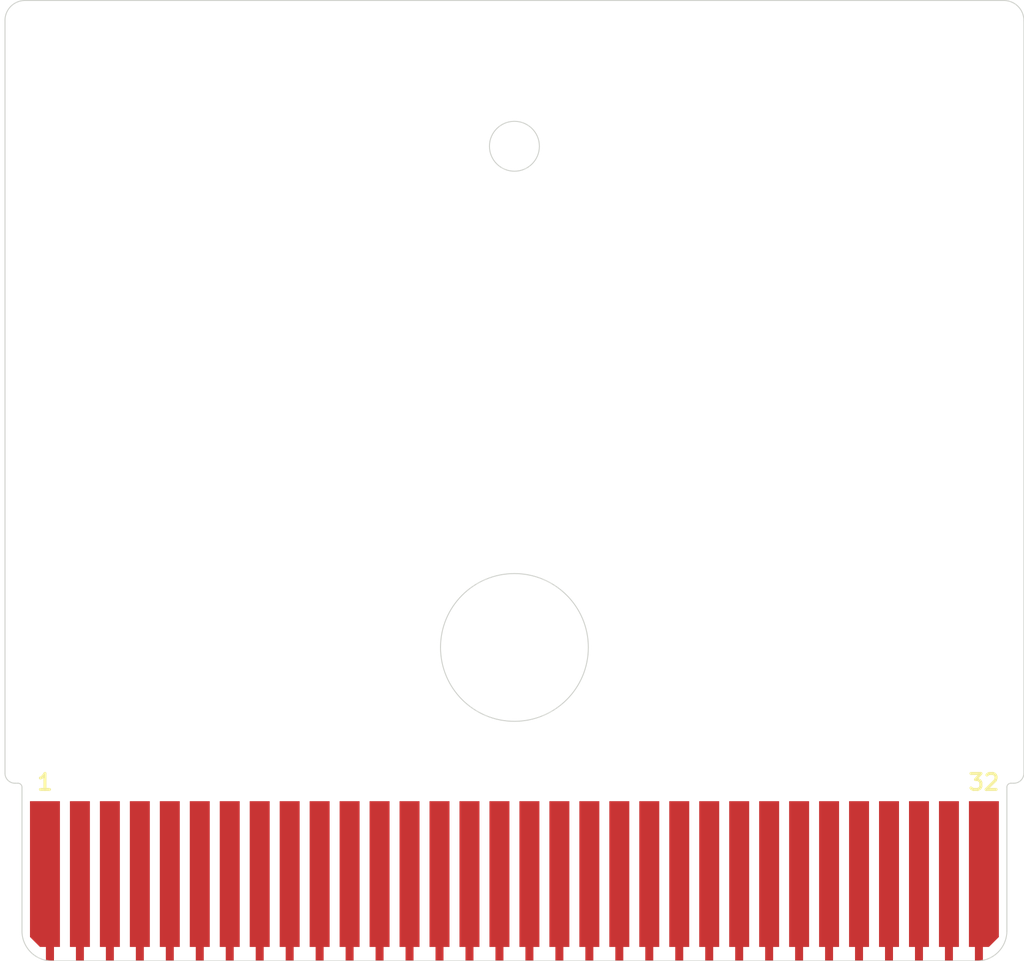
<source format=kicad_pcb>
(kicad_pcb (version 20171130) (host pcbnew "(5.1.6-0-10_14)")

  (general
    (thickness 0.8)
    (drawings 18)
    (tracks 0)
    (zones 0)
    (modules 1)
    (nets 33)
  )

  (page A4)
  (layers
    (0 F.Cu signal)
    (31 B.Cu signal)
    (32 B.Adhes user)
    (33 F.Adhes user)
    (34 B.Paste user)
    (35 F.Paste user)
    (36 B.SilkS user)
    (37 F.SilkS user)
    (38 B.Mask user hide)
    (39 F.Mask user hide)
    (40 Dwgs.User user)
    (41 Cmts.User user)
    (42 Eco1.User user)
    (43 Eco2.User user)
    (44 Edge.Cuts user)
    (45 Margin user)
    (46 B.CrtYd user)
    (47 F.CrtYd user)
    (48 B.Fab user)
    (49 F.Fab user)
  )

  (setup
    (last_trace_width 0.25)
    (trace_clearance 0.2)
    (zone_clearance 0.508)
    (zone_45_only no)
    (trace_min 0.2)
    (via_size 0.8)
    (via_drill 0.4)
    (via_min_size 0.4)
    (via_min_drill 0.3)
    (uvia_size 0.3)
    (uvia_drill 0.1)
    (uvias_allowed no)
    (uvia_min_size 0.2)
    (uvia_min_drill 0.1)
    (edge_width 0.05)
    (segment_width 0.2)
    (pcb_text_width 0.3)
    (pcb_text_size 1.5 1.5)
    (mod_edge_width 0.12)
    (mod_text_size 1 1)
    (mod_text_width 0.15)
    (pad_size 1.524 1.524)
    (pad_drill 0.762)
    (pad_to_mask_clearance 0.05)
    (aux_axis_origin 0 0)
    (visible_elements FFFFFF7F)
    (pcbplotparams
      (layerselection 0x010fc_ffffffff)
      (usegerberextensions false)
      (usegerberattributes true)
      (usegerberadvancedattributes true)
      (creategerberjobfile true)
      (excludeedgelayer true)
      (linewidth 0.100000)
      (plotframeref false)
      (viasonmask false)
      (mode 1)
      (useauxorigin false)
      (hpglpennumber 1)
      (hpglpenspeed 20)
      (hpglpendiameter 15.000000)
      (psnegative false)
      (psa4output false)
      (plotreference true)
      (plotvalue true)
      (plotinvisibletext false)
      (padsonsilk false)
      (subtractmaskfromsilk false)
      (outputformat 1)
      (mirror false)
      (drillshape 1)
      (scaleselection 1)
      (outputdirectory ""))
  )

  (net 0 "")
  (net 1 "Net-(J1-Pad32)")
  (net 2 "Net-(J1-Pad1)")
  (net 3 "Net-(J1-Pad31)")
  (net 4 "Net-(J1-Pad30)")
  (net 5 "Net-(J1-Pad29)")
  (net 6 "Net-(J1-Pad28)")
  (net 7 "Net-(J1-Pad27)")
  (net 8 "Net-(J1-Pad26)")
  (net 9 "Net-(J1-Pad25)")
  (net 10 "Net-(J1-Pad24)")
  (net 11 "Net-(J1-Pad23)")
  (net 12 "Net-(J1-Pad22)")
  (net 13 "Net-(J1-Pad21)")
  (net 14 "Net-(J1-Pad20)")
  (net 15 "Net-(J1-Pad19)")
  (net 16 "Net-(J1-Pad18)")
  (net 17 "Net-(J1-Pad17)")
  (net 18 "Net-(J1-Pad16)")
  (net 19 "Net-(J1-Pad15)")
  (net 20 "Net-(J1-Pad14)")
  (net 21 "Net-(J1-Pad13)")
  (net 22 "Net-(J1-Pad12)")
  (net 23 "Net-(J1-Pad11)")
  (net 24 "Net-(J1-Pad10)")
  (net 25 "Net-(J1-Pad9)")
  (net 26 "Net-(J1-Pad8)")
  (net 27 "Net-(J1-Pad7)")
  (net 28 "Net-(J1-Pad6)")
  (net 29 "Net-(J1-Pad5)")
  (net 30 "Net-(J1-Pad4)")
  (net 31 "Net-(J1-Pad3)")
  (net 32 "Net-(J1-Pad2)")

  (net_class Default "This is the default net class."
    (clearance 0.2)
    (trace_width 0.25)
    (via_dia 0.8)
    (via_drill 0.4)
    (uvia_dia 0.3)
    (uvia_drill 0.1)
    (add_net "Net-(J1-Pad1)")
    (add_net "Net-(J1-Pad10)")
    (add_net "Net-(J1-Pad11)")
    (add_net "Net-(J1-Pad12)")
    (add_net "Net-(J1-Pad13)")
    (add_net "Net-(J1-Pad14)")
    (add_net "Net-(J1-Pad15)")
    (add_net "Net-(J1-Pad16)")
    (add_net "Net-(J1-Pad17)")
    (add_net "Net-(J1-Pad18)")
    (add_net "Net-(J1-Pad19)")
    (add_net "Net-(J1-Pad2)")
    (add_net "Net-(J1-Pad20)")
    (add_net "Net-(J1-Pad21)")
    (add_net "Net-(J1-Pad22)")
    (add_net "Net-(J1-Pad23)")
    (add_net "Net-(J1-Pad24)")
    (add_net "Net-(J1-Pad25)")
    (add_net "Net-(J1-Pad26)")
    (add_net "Net-(J1-Pad27)")
    (add_net "Net-(J1-Pad28)")
    (add_net "Net-(J1-Pad29)")
    (add_net "Net-(J1-Pad3)")
    (add_net "Net-(J1-Pad30)")
    (add_net "Net-(J1-Pad31)")
    (add_net "Net-(J1-Pad32)")
    (add_net "Net-(J1-Pad4)")
    (add_net "Net-(J1-Pad5)")
    (add_net "Net-(J1-Pad6)")
    (add_net "Net-(J1-Pad7)")
    (add_net "Net-(J1-Pad8)")
    (add_net "Net-(J1-Pad9)")
  )

  (module Connector_GameBoy:GameBoy_GamePak_DMG-09_P1.50mm_Edge (layer F.Cu) (tedit 5EDD40AB) (tstamp 5EDD4692)
    (at 124.5 121.45)
    (descr "Game Boy Game Pak (DMG) edge connector")
    (tags "game boy game pak dmg edge connector")
    (path /5EDD46C8)
    (fp_text reference J1 (at 3.45 0.4) (layer F.Fab) hide
      (effects (font (size 1 1) (thickness 0.15)) (justify left))
    )
    (fp_text value GameBoy_GamePak_DMG-09 (at 25.5 10.9) (layer F.Fab) hide
      (effects (font (size 1 1) (thickness 0.15)))
    )
    (fp_arc (start 50.35 0.7) (end 50.35 0.5) (angle -90) (layer F.Fab) (width 0.05))
    (fp_arc (start 50.5 0) (end 50.5 0.5) (angle -90) (layer F.Fab) (width 0.05))
    (fp_arc (start 0.65 0.7) (end 0.85 0.7) (angle -90) (layer F.Fab) (width 0.05))
    (fp_arc (start 0.5 0) (end 0 0) (angle -90) (layer F.Fab) (width 0.05))
    (fp_text user 32 (at 49 0.45) (layer F.SilkS)
      (effects (font (size 0.8 0.8) (thickness 0.15)))
    )
    (fp_arc (start 48.65 7.9) (end 48.65 9.4) (angle -90) (layer F.Fab) (width 0.05))
    (fp_arc (start 2.35 7.9) (end 0.85 7.9) (angle -90) (layer F.Fab) (width 0.05))
    (fp_text user 1 (at 2 0.45) (layer F.SilkS)
      (effects (font (size 0.8 0.8) (thickness 0.15)))
    )
    (fp_line (start 0.85 7.9) (end 0.85 0.7) (layer F.Fab) (width 0.05))
    (fp_line (start 50.35 0.5) (end 50.5 0.5) (layer F.Fab) (width 0.05))
    (fp_line (start 0.5 0.5) (end 0.65 0.5) (layer F.Fab) (width 0.05))
    (fp_line (start 50.15 7.9) (end 50.15 0.7) (layer F.Fab) (width 0.05))
    (fp_poly (pts (xy 50.15 8.7) (xy 0.85 8.7) (xy 0.85 2.4) (xy 50.15 2.4)) (layer F.Mask) (width 0))
    (fp_line (start 2.35 9.4) (end 48.65 9.4) (layer F.Fab) (width 0.05))
    (fp_poly (pts (xy 2.45 9.4) (xy 2.05 9.4) (xy 2.05 8.7) (xy 2.45 8.7)) (layer F.Cu) (width 0))
    (pad 32 smd custom (at 49 1.9) (size 1 1) (layers F.Cu)
      (net 1 "Net-(J1-Pad32)") (zone_connect 0)
      (options (clearance outline) (anchor rect))
      (primitives
        (gr_poly (pts
           (xy -0.75 6.8) (xy -0.75 -0.5) (xy 0.75 -0.5) (xy 0.75 6.3) (xy 0.25 6.8)
           (xy -0.05 6.8) (xy -0.05 7.5) (xy -0.45 7.5) (xy -0.45 6.8)) (width 0))
      ))
    (pad 1 smd custom (at 2 1.9) (size 1 1) (layers F.Cu)
      (net 2 "Net-(J1-Pad1)") (zone_connect 0)
      (options (clearance outline) (anchor rect))
      (primitives
        (gr_poly (pts
           (xy -0.75 6.3) (xy -0.75 -0.5) (xy 0.75 -0.5) (xy 0.75 6.8) (xy 0.45 6.8)
           (xy 0.45 7.5) (xy 0.05 7.5) (xy 0.05 6.8) (xy -0.25 6.8)) (width 0))
      ))
    (pad 31 smd custom (at 47.25 1.9) (size 1 1) (layers F.Cu)
      (net 3 "Net-(J1-Pad31)")
      (options (clearance outline) (anchor rect))
      (primitives
        (gr_poly (pts
           (xy 0.5 6.8) (xy 0.2 6.8) (xy 0.2 7.5) (xy -0.2 7.5) (xy -0.2 6.8)
           (xy -0.5 6.8) (xy -0.5 0.5) (xy 0.5 0.5)) (width 0))
      ))
    (pad 30 smd custom (at 45.75 1.9) (size 1 1) (layers F.Cu)
      (net 4 "Net-(J1-Pad30)")
      (options (clearance outline) (anchor rect))
      (primitives
        (gr_poly (pts
           (xy 0.5 6.8) (xy 0.2 6.8) (xy 0.2 7.5) (xy -0.2 7.5) (xy -0.2 6.8)
           (xy -0.5 6.8) (xy -0.5 0.5) (xy 0.5 0.5)) (width 0))
      ))
    (pad 29 smd custom (at 44.25 1.9) (size 1 1) (layers F.Cu)
      (net 5 "Net-(J1-Pad29)")
      (options (clearance outline) (anchor rect))
      (primitives
        (gr_poly (pts
           (xy 0.5 6.8) (xy 0.2 6.8) (xy 0.2 7.5) (xy -0.2 7.5) (xy -0.2 6.8)
           (xy -0.5 6.8) (xy -0.5 0.5) (xy 0.5 0.5)) (width 0))
      ))
    (pad 28 smd custom (at 42.75 1.9) (size 1 1) (layers F.Cu)
      (net 6 "Net-(J1-Pad28)")
      (options (clearance outline) (anchor rect))
      (primitives
        (gr_poly (pts
           (xy 0.5 6.8) (xy 0.2 6.8) (xy 0.2 7.5) (xy -0.2 7.5) (xy -0.2 6.8)
           (xy -0.5 6.8) (xy -0.5 0.5) (xy 0.5 0.5)) (width 0))
      ))
    (pad 27 smd custom (at 41.25 1.9) (size 1 1) (layers F.Cu)
      (net 7 "Net-(J1-Pad27)")
      (options (clearance outline) (anchor rect))
      (primitives
        (gr_poly (pts
           (xy 0.5 6.8) (xy 0.2 6.8) (xy 0.2 7.5) (xy -0.2 7.5) (xy -0.2 6.8)
           (xy -0.5 6.8) (xy -0.5 0.5) (xy 0.5 0.5)) (width 0))
      ))
    (pad 26 smd custom (at 39.75 1.9) (size 1 1) (layers F.Cu)
      (net 8 "Net-(J1-Pad26)")
      (options (clearance outline) (anchor rect))
      (primitives
        (gr_poly (pts
           (xy 0.5 6.8) (xy 0.2 6.8) (xy 0.2 7.5) (xy -0.2 7.5) (xy -0.2 6.8)
           (xy -0.5 6.8) (xy -0.5 0.5) (xy 0.5 0.5)) (width 0))
      ))
    (pad 25 smd custom (at 38.25 1.9) (size 1 1) (layers F.Cu)
      (net 9 "Net-(J1-Pad25)")
      (options (clearance outline) (anchor rect))
      (primitives
        (gr_poly (pts
           (xy 0.5 6.8) (xy 0.2 6.8) (xy 0.2 7.5) (xy -0.2 7.5) (xy -0.2 6.8)
           (xy -0.5 6.8) (xy -0.5 0.5) (xy 0.5 0.5)) (width 0))
      ))
    (pad 24 smd custom (at 36.75 1.9) (size 1 1) (layers F.Cu)
      (net 10 "Net-(J1-Pad24)")
      (options (clearance outline) (anchor rect))
      (primitives
        (gr_poly (pts
           (xy 0.5 6.8) (xy 0.2 6.8) (xy 0.2 7.5) (xy -0.2 7.5) (xy -0.2 6.8)
           (xy -0.5 6.8) (xy -0.5 0.5) (xy 0.5 0.5)) (width 0))
      ))
    (pad 23 smd custom (at 35.25 1.9) (size 1 1) (layers F.Cu)
      (net 11 "Net-(J1-Pad23)")
      (options (clearance outline) (anchor rect))
      (primitives
        (gr_poly (pts
           (xy 0.5 6.8) (xy 0.2 6.8) (xy 0.2 7.5) (xy -0.2 7.5) (xy -0.2 6.8)
           (xy -0.5 6.8) (xy -0.5 0.5) (xy 0.5 0.5)) (width 0))
      ))
    (pad 22 smd custom (at 33.75 1.9) (size 1 1) (layers F.Cu)
      (net 12 "Net-(J1-Pad22)")
      (options (clearance outline) (anchor rect))
      (primitives
        (gr_poly (pts
           (xy 0.5 6.8) (xy 0.2 6.8) (xy 0.2 7.5) (xy -0.2 7.5) (xy -0.2 6.8)
           (xy -0.5 6.8) (xy -0.5 0.5) (xy 0.5 0.5)) (width 0))
      ))
    (pad 21 smd custom (at 32.25 1.9) (size 1 1) (layers F.Cu)
      (net 13 "Net-(J1-Pad21)")
      (options (clearance outline) (anchor rect))
      (primitives
        (gr_poly (pts
           (xy 0.5 6.8) (xy 0.2 6.8) (xy 0.2 7.5) (xy -0.2 7.5) (xy -0.2 6.8)
           (xy -0.5 6.8) (xy -0.5 0.5) (xy 0.5 0.5)) (width 0))
      ))
    (pad 20 smd custom (at 30.75 1.9) (size 1 1) (layers F.Cu)
      (net 14 "Net-(J1-Pad20)")
      (options (clearance outline) (anchor rect))
      (primitives
        (gr_poly (pts
           (xy 0.5 6.8) (xy 0.2 6.8) (xy 0.2 7.5) (xy -0.2 7.5) (xy -0.2 6.8)
           (xy -0.5 6.8) (xy -0.5 0.5) (xy 0.5 0.5)) (width 0))
      ))
    (pad 19 smd custom (at 29.25 1.9) (size 1 1) (layers F.Cu)
      (net 15 "Net-(J1-Pad19)")
      (options (clearance outline) (anchor rect))
      (primitives
        (gr_poly (pts
           (xy 0.5 6.8) (xy 0.2 6.8) (xy 0.2 7.5) (xy -0.2 7.5) (xy -0.2 6.8)
           (xy -0.5 6.8) (xy -0.5 0.5) (xy 0.5 0.5)) (width 0))
      ))
    (pad 18 smd custom (at 27.75 1.9) (size 1 1) (layers F.Cu)
      (net 16 "Net-(J1-Pad18)")
      (options (clearance outline) (anchor rect))
      (primitives
        (gr_poly (pts
           (xy 0.5 6.8) (xy 0.2 6.8) (xy 0.2 7.5) (xy -0.2 7.5) (xy -0.2 6.8)
           (xy -0.5 6.8) (xy -0.5 0.5) (xy 0.5 0.5)) (width 0))
      ))
    (pad 17 smd custom (at 26.25 1.9) (size 1 1) (layers F.Cu)
      (net 17 "Net-(J1-Pad17)")
      (options (clearance outline) (anchor rect))
      (primitives
        (gr_poly (pts
           (xy 0.5 6.8) (xy 0.2 6.8) (xy 0.2 7.5) (xy -0.2 7.5) (xy -0.2 6.8)
           (xy -0.5 6.8) (xy -0.5 0.5) (xy 0.5 0.5)) (width 0))
      ))
    (pad 16 smd custom (at 24.75 1.9) (size 1 1) (layers F.Cu)
      (net 18 "Net-(J1-Pad16)")
      (options (clearance outline) (anchor rect))
      (primitives
        (gr_poly (pts
           (xy 0.5 6.8) (xy 0.2 6.8) (xy 0.2 7.5) (xy -0.2 7.5) (xy -0.2 6.8)
           (xy -0.5 6.8) (xy -0.5 0.5) (xy 0.5 0.5)) (width 0))
      ))
    (pad 15 smd custom (at 23.25 1.9) (size 1 1) (layers F.Cu)
      (net 19 "Net-(J1-Pad15)")
      (options (clearance outline) (anchor rect))
      (primitives
        (gr_poly (pts
           (xy 0.5 6.8) (xy 0.2 6.8) (xy 0.2 7.5) (xy -0.2 7.5) (xy -0.2 6.8)
           (xy -0.5 6.8) (xy -0.5 0.5) (xy 0.5 0.5)) (width 0))
      ))
    (pad 14 smd custom (at 21.75 1.9) (size 1 1) (layers F.Cu)
      (net 20 "Net-(J1-Pad14)")
      (options (clearance outline) (anchor rect))
      (primitives
        (gr_poly (pts
           (xy 0.5 6.8) (xy 0.2 6.8) (xy 0.2 7.5) (xy -0.2 7.5) (xy -0.2 6.8)
           (xy -0.5 6.8) (xy -0.5 0.5) (xy 0.5 0.5)) (width 0))
      ))
    (pad 13 smd custom (at 20.25 1.9) (size 1 1) (layers F.Cu)
      (net 21 "Net-(J1-Pad13)")
      (options (clearance outline) (anchor rect))
      (primitives
        (gr_poly (pts
           (xy 0.5 6.8) (xy 0.2 6.8) (xy 0.2 7.5) (xy -0.2 7.5) (xy -0.2 6.8)
           (xy -0.5 6.8) (xy -0.5 0.5) (xy 0.5 0.5)) (width 0))
      ))
    (pad 12 smd custom (at 18.75 1.9) (size 1 1) (layers F.Cu)
      (net 22 "Net-(J1-Pad12)")
      (options (clearance outline) (anchor rect))
      (primitives
        (gr_poly (pts
           (xy 0.5 6.8) (xy 0.2 6.8) (xy 0.2 7.5) (xy -0.2 7.5) (xy -0.2 6.8)
           (xy -0.5 6.8) (xy -0.5 0.5) (xy 0.5 0.5)) (width 0))
      ))
    (pad 11 smd custom (at 17.25 1.9) (size 1 1) (layers F.Cu)
      (net 23 "Net-(J1-Pad11)")
      (options (clearance outline) (anchor rect))
      (primitives
        (gr_poly (pts
           (xy 0.5 6.8) (xy 0.2 6.8) (xy 0.2 7.5) (xy -0.2 7.5) (xy -0.2 6.8)
           (xy -0.5 6.8) (xy -0.5 0.5) (xy 0.5 0.5)) (width 0))
      ))
    (pad 10 smd custom (at 15.75 1.9) (size 1 1) (layers F.Cu)
      (net 24 "Net-(J1-Pad10)")
      (options (clearance outline) (anchor rect))
      (primitives
        (gr_poly (pts
           (xy 0.5 6.8) (xy 0.2 6.8) (xy 0.2 7.5) (xy -0.2 7.5) (xy -0.2 6.8)
           (xy -0.5 6.8) (xy -0.5 0.5) (xy 0.5 0.5)) (width 0))
      ))
    (pad 9 smd custom (at 14.25 1.9) (size 1 1) (layers F.Cu)
      (net 25 "Net-(J1-Pad9)")
      (options (clearance outline) (anchor rect))
      (primitives
        (gr_poly (pts
           (xy 0.5 6.8) (xy 0.2 6.8) (xy 0.2 7.5) (xy -0.2 7.5) (xy -0.2 6.8)
           (xy -0.5 6.8) (xy -0.5 0.5) (xy 0.5 0.5)) (width 0))
      ))
    (pad 8 smd custom (at 12.75 1.9) (size 1 1) (layers F.Cu)
      (net 26 "Net-(J1-Pad8)")
      (options (clearance outline) (anchor rect))
      (primitives
        (gr_poly (pts
           (xy 0.5 6.8) (xy 0.2 6.8) (xy 0.2 7.5) (xy -0.2 7.5) (xy -0.2 6.8)
           (xy -0.5 6.8) (xy -0.5 0.5) (xy 0.5 0.5)) (width 0))
      ))
    (pad 7 smd custom (at 11.25 1.9) (size 1 1) (layers F.Cu)
      (net 27 "Net-(J1-Pad7)")
      (options (clearance outline) (anchor rect))
      (primitives
        (gr_poly (pts
           (xy 0.5 6.8) (xy 0.2 6.8) (xy 0.2 7.5) (xy -0.2 7.5) (xy -0.2 6.8)
           (xy -0.5 6.8) (xy -0.5 0.5) (xy 0.5 0.5)) (width 0))
      ))
    (pad 6 smd custom (at 9.75 1.9) (size 1 1) (layers F.Cu)
      (net 28 "Net-(J1-Pad6)")
      (options (clearance outline) (anchor rect))
      (primitives
        (gr_poly (pts
           (xy 0.5 6.8) (xy 0.2 6.8) (xy 0.2 7.5) (xy -0.2 7.5) (xy -0.2 6.8)
           (xy -0.5 6.8) (xy -0.5 0.5) (xy 0.5 0.5)) (width 0))
      ))
    (pad 5 smd custom (at 8.25 1.9) (size 1 1) (layers F.Cu)
      (net 29 "Net-(J1-Pad5)")
      (options (clearance outline) (anchor rect))
      (primitives
        (gr_poly (pts
           (xy 0.5 6.8) (xy 0.2 6.8) (xy 0.2 7.5) (xy -0.2 7.5) (xy -0.2 6.8)
           (xy -0.5 6.8) (xy -0.5 0.5) (xy 0.5 0.5)) (width 0))
      ))
    (pad 4 smd custom (at 6.75 1.9) (size 1 1) (layers F.Cu)
      (net 30 "Net-(J1-Pad4)")
      (options (clearance outline) (anchor rect))
      (primitives
        (gr_poly (pts
           (xy 0.5 6.8) (xy 0.2 6.8) (xy 0.2 7.5) (xy -0.2 7.5) (xy -0.2 6.8)
           (xy -0.5 6.8) (xy -0.5 0.5) (xy 0.5 0.5)) (width 0))
      ))
    (pad 3 smd custom (at 5.25 1.9) (size 1 1) (layers F.Cu)
      (net 31 "Net-(J1-Pad3)")
      (options (clearance outline) (anchor rect))
      (primitives
        (gr_poly (pts
           (xy 0.5 6.8) (xy 0.2 6.8) (xy 0.2 7.5) (xy -0.2 7.5) (xy -0.2 6.8)
           (xy -0.5 6.8) (xy -0.5 0.5) (xy 0.5 0.5)) (width 0))
      ))
    (pad 2 smd custom (at 3.75 1.9) (size 1 1) (layers F.Cu)
      (net 32 "Net-(J1-Pad2)")
      (options (clearance outline) (anchor rect))
      (primitives
        (gr_poly (pts
           (xy 0.5 6.8) (xy 0.2 6.8) (xy 0.2 7.5) (xy -0.2 7.5) (xy -0.2 6.8)
           (xy -0.5 6.8) (xy -0.5 0.5) (xy 0.5 0.5)) (width 0))
      ))
  )

  (gr_arc (start 173.15 129.35) (end 173.15 130.85) (angle -90) (layer Edge.Cuts) (width 0.05) (tstamp 5EDBF634))
  (gr_arc (start 125 121.45) (end 124.5 121.45) (angle -90) (layer Edge.Cuts) (width 0.05) (tstamp 5EDBF633))
  (gr_line (start 125.15 121.95) (end 125 121.95) (layer Edge.Cuts) (width 0.05) (tstamp 5EDBF632))
  (gr_arc (start 125.5 83.75) (end 125.5 82.75) (angle -90) (layer Edge.Cuts) (width 0.05) (tstamp 5EDBF631))
  (gr_circle (center 150 115.15) (end 153.7 115.15) (layer Edge.Cuts) (width 0.05) (tstamp 5EDBF630))
  (gr_arc (start 125.15 122.15) (end 125.35 122.15) (angle -90) (layer Edge.Cuts) (width 0.05) (tstamp 5EDBF62F))
  (gr_line (start 175.5 121.45) (end 175.5 83.75) (layer Edge.Cuts) (width 0.05) (tstamp 5EDBF62E))
  (gr_arc (start 175 121.45) (end 175 121.95) (angle -90) (layer Edge.Cuts) (width 0.05) (tstamp 5EDBF62D))
  (gr_circle (center 150 90.05) (end 151.25 90.05) (layer Edge.Cuts) (width 0.05) (tstamp 5EDBF62C))
  (gr_line (start 124.5 121.45) (end 124.5 83.75) (layer Edge.Cuts) (width 0.05) (tstamp 5EDBF62B))
  (gr_arc (start 174.85 122.15) (end 174.85 121.95) (angle -90) (layer Edge.Cuts) (width 0.05) (tstamp 5EDBF62A))
  (gr_line (start 125.35 129.35) (end 125.35 122.15) (layer Edge.Cuts) (width 0.05) (tstamp 5EDBF629))
  (gr_line (start 125.5 82.75) (end 174.5 82.75) (layer Edge.Cuts) (width 0.05) (tstamp 5EDBF628))
  (gr_line (start 174.65 129.35) (end 174.65 122.15) (layer Edge.Cuts) (width 0.05) (tstamp 5EDBF627))
  (gr_arc (start 126.85 129.35) (end 125.35 129.35) (angle -90) (layer Edge.Cuts) (width 0.05) (tstamp 5EDBF626))
  (gr_line (start 175 121.95) (end 174.85 121.95) (layer Edge.Cuts) (width 0.05) (tstamp 5EDBF625))
  (gr_line (start 173.15 130.85) (end 126.85 130.85) (layer Edge.Cuts) (width 0.05) (tstamp 5EDBF624))
  (gr_arc (start 174.5 83.75) (end 175.5 83.75) (angle -90) (layer Edge.Cuts) (width 0.05) (tstamp 5EDBF623))

)

</source>
